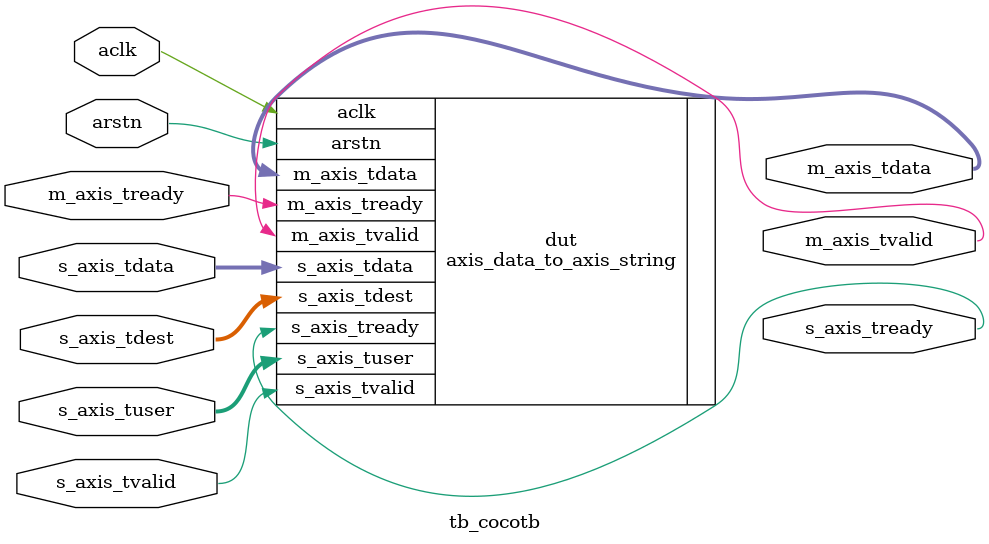
<source format=v>

 `timescale 1ns/100ps

/*
 * Module: tb_cocotb
 *
 * Test bench for data to string converter. This will run a file through the system
 * and write its output. These can then be compared to check for errors.
 * If the files are identical, no errors. A FST file will be written.
 *
 * Parameters:
 *
 *   DELIMITER   - break value between multple strings
 *   TERMINATION - termination value of full string from serial port, byte only. (\n = 0A \r = 0D).
 *   SBUS_WIDTH  - bus width of master (data) output
 *   USER_WIDTH  - user width of master bus, only in 4 bit nibbles, and at least 4 bits.
 *   DEST_WIDTH  - dest width of master bus, only in 4 bit nibbles, and at least 4 bits.
 *   PREFIX_LEN  - length of following prefix strings.
 *   DATA_PREFIX - prefix for data hex strings
 *   DEST_PREFIX - prefix for destination hex strings
 *   USER_PREFIX - prefix for user hex strings
 *
 * Ports:
 *
 *   aclk           - Clock for AXIS
 *   arstn          - Negative reset for AXIS
 *   s_axis_tdata   - Input data
 *   s_axis_tvalid  - When set active high the input data is valid
 *   s_axis_tuser   - User data to convert.
 *   s_axis_tdest   - Destination data to convert
 *   s_axis_tready  - When active high the device is ready for input data.
 *   m_axis_tdata   - Output data
 *   m_axis_tvalid  - When active high the output data is valid
 *   m_axis_tready  - When set active high the output device is ready for data.
 */
module tb_cocotb #(
    parameter DELIMITER   = ";",
    parameter TERMINATION = "\n",
    parameter SBUS_WIDTH  = 1,
    parameter USER_WIDTH  = 4,
    parameter DEST_WIDTH  = 4,
    parameter PREFIX_LEN  = 1,
    parameter DATA_PREFIX = "#",
    parameter DEST_PREFIX = "&",
    parameter USER_PREFIX = "*"
  )
  (
    input                         aclk,
    input                         arstn,
    input   [(SBUS_WIDTH*8)-1:0]  s_axis_tdata,
    input                         s_axis_tvalid,
    input   [USER_WIDTH-1:0]      s_axis_tuser,
    input   [DEST_WIDTH-1:0]      s_axis_tdest,
    output                        s_axis_tready,
    output  [7:0]                 m_axis_tdata,
    output                        m_axis_tvalid,
    input                         m_axis_tready
  );

  // fst dump command
  initial begin
    $dumpfile ("tb_cocotb.fst");
    $dumpvars (0, tb_cocotb);
    #1;
  end
  
  //Group: Instantiated Modules

  /*
   * Module: dut
   *
   * Device under test, axis_data_to_axis_string
   */
  axis_data_to_axis_string #(
    .DELIMITER(DELIMITER),
    .TERMINATION(TERMINATION),
    .SBUS_WIDTH(SBUS_WIDTH),
    .USER_WIDTH(USER_WIDTH),
    .DEST_WIDTH(DEST_WIDTH),
    .PREFIX_LEN(PREFIX_LEN),
    .DATA_PREFIX(DATA_PREFIX),
    .DEST_PREFIX(DEST_PREFIX),
    .USER_PREFIX(USER_PREFIX)
  ) dut (
    .aclk(aclk),
    .arstn(arstn),
    .m_axis_tdata(m_axis_tdata),
    .m_axis_tvalid(m_axis_tvalid),
    .m_axis_tready(m_axis_tready),
    .s_axis_tdata(s_axis_tdata),
    .s_axis_tvalid(s_axis_tvalid),
    .s_axis_tready(s_axis_tready),
    .s_axis_tuser(s_axis_tuser),
    .s_axis_tdest(s_axis_tdest)
  );
  
endmodule


</source>
